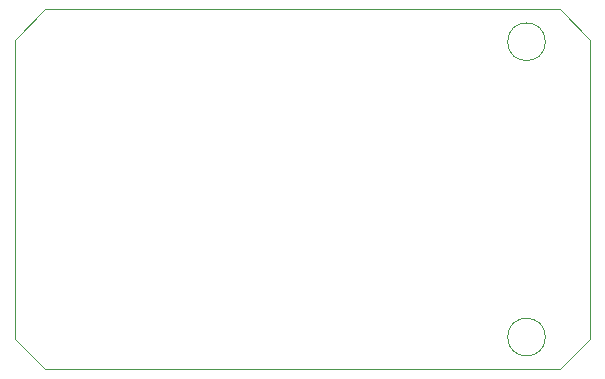
<source format=gbr>
%TF.GenerationSoftware,KiCad,Pcbnew,7.0.2*%
%TF.CreationDate,2024-01-06T01:05:47-08:00*%
%TF.ProjectId,MK_CommAdapter,4d4b5f43-6f6d-46d4-9164-61707465722e,1.0*%
%TF.SameCoordinates,Original*%
%TF.FileFunction,Profile,NP*%
%FSLAX46Y46*%
G04 Gerber Fmt 4.6, Leading zero omitted, Abs format (unit mm)*
G04 Created by KiCad (PCBNEW 7.0.2) date 2024-01-06 01:05:47*
%MOMM*%
%LPD*%
G01*
G04 APERTURE LIST*
%TA.AperFunction,Profile*%
%ADD10C,0.100000*%
%TD*%
G04 APERTURE END LIST*
D10*
X165144600Y-101962000D02*
G75*
G03*
X165144600Y-101962000I-1600000J0D01*
G01*
X165144600Y-76962000D02*
G75*
G03*
X165144600Y-76962000I-1600000J0D01*
G01*
X122798400Y-104698800D02*
X166375300Y-104698800D01*
X122803700Y-74224100D02*
X166370000Y-74224100D01*
X120243600Y-76784200D02*
X120243600Y-102138700D01*
X122803700Y-74224100D02*
X120243600Y-76784200D01*
X120238300Y-102138700D02*
X122798400Y-104698800D01*
X168930100Y-76778900D02*
X168930100Y-102133400D01*
X166370000Y-74218800D02*
X168930100Y-76778900D01*
X168935400Y-102133400D02*
X166375300Y-104693500D01*
M02*

</source>
